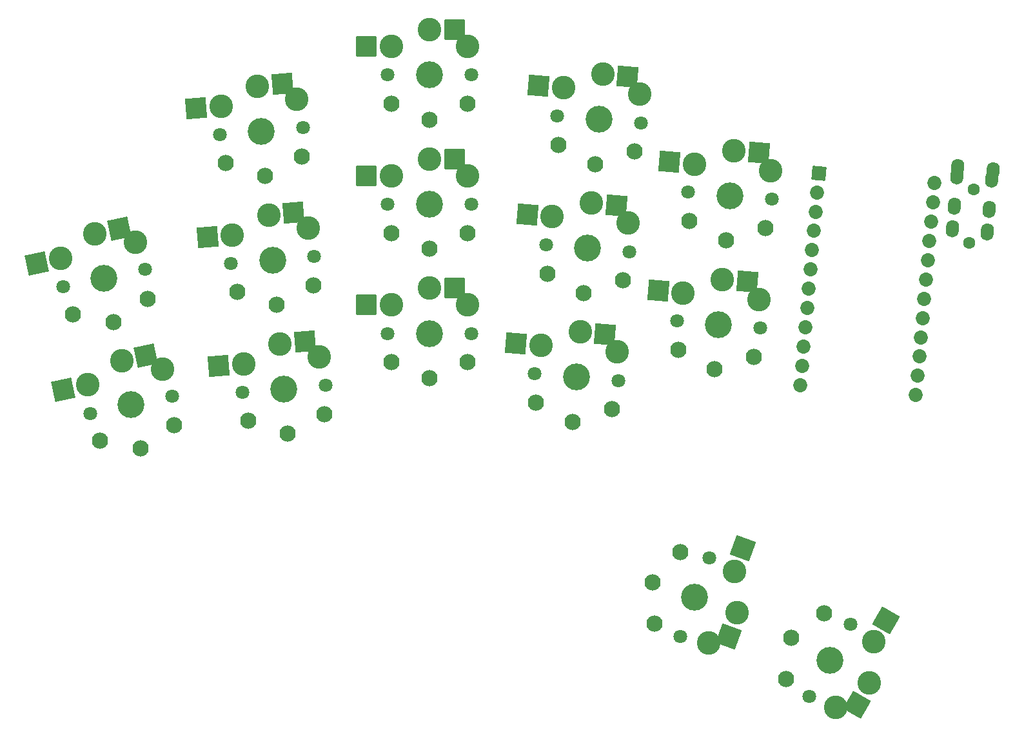
<source format=gbr>
%TF.GenerationSoftware,KiCad,Pcbnew,6.0.1-1.fc35*%
%TF.CreationDate,2022-01-21T00:59:50-05:00*%
%TF.ProjectId,a_dux_30,615f6475-785f-4333-902e-6b696361645f,v1.0.0*%
%TF.SameCoordinates,Original*%
%TF.FileFunction,Soldermask,Top*%
%TF.FilePolarity,Negative*%
%FSLAX46Y46*%
G04 Gerber Fmt 4.6, Leading zero omitted, Abs format (unit mm)*
G04 Created by KiCad (PCBNEW 6.0.1-1.fc35) date 2022-01-21 00:59:50*
%MOMM*%
%LPD*%
G01*
G04 APERTURE LIST*
G04 Aperture macros list*
%AMRoundRect*
0 Rectangle with rounded corners*
0 $1 Rounding radius*
0 $2 $3 $4 $5 $6 $7 $8 $9 X,Y pos of 4 corners*
0 Add a 4 corners polygon primitive as box body*
4,1,4,$2,$3,$4,$5,$6,$7,$8,$9,$2,$3,0*
0 Add four circle primitives for the rounded corners*
1,1,$1+$1,$2,$3*
1,1,$1+$1,$4,$5*
1,1,$1+$1,$6,$7*
1,1,$1+$1,$8,$9*
0 Add four rect primitives between the rounded corners*
20,1,$1+$1,$2,$3,$4,$5,0*
20,1,$1+$1,$4,$5,$6,$7,0*
20,1,$1+$1,$6,$7,$8,$9,0*
20,1,$1+$1,$8,$9,$2,$3,0*%
%AMHorizOval*
0 Thick line with rounded ends*
0 $1 width*
0 $2 $3 position (X,Y) of the first rounded end (center of the circle)*
0 $4 $5 position (X,Y) of the second rounded end (center of the circle)*
0 Add line between two ends*
20,1,$1,$2,$3,$4,$5,0*
0 Add two circle primitives to create the rounded ends*
1,1,$1,$2,$3*
1,1,$1,$4,$5*%
G04 Aperture macros list end*
%ADD10C,3.100000*%
%ADD11C,1.801800*%
%ADD12C,3.529000*%
%ADD13RoundRect,0.050000X-1.300000X-1.300000X1.300000X-1.300000X1.300000X1.300000X-1.300000X1.300000X0*%
%ADD14RoundRect,0.050000X-1.408356X-1.181751X1.181751X-1.408356X1.408356X1.181751X-1.181751X1.408356X0*%
%ADD15C,2.132000*%
%ADD16C,1.600000*%
%ADD17HorizOval,1.700000X0.026147X0.298858X-0.026147X-0.298858X0*%
%ADD18RoundRect,0.050000X-1.001307X-1.541877X1.541877X-1.001307X1.001307X1.541877X-1.541877X1.001307X0*%
%ADD19RoundRect,0.050000X-1.181751X-1.408356X1.408356X-1.181751X1.181751X1.408356X-1.408356X1.181751X0*%
%ADD20RoundRect,0.050000X-0.796591X0.949340X-0.949340X-0.796591X0.796591X-0.949340X0.949340X0.796591X0*%
%ADD21C,1.852600*%
%ADD22RoundRect,0.050000X-0.776974X1.666227X-1.666227X-0.776974X0.776974X-1.666227X1.666227X0.776974X0*%
%ADD23RoundRect,0.050000X-0.475833X1.775833X-1.775833X-0.475833X0.475833X-1.775833X1.775833X0.475833X0*%
G04 APERTURE END LIST*
D10*
%TO.C,S15*%
X50125604Y65578531D03*
D11*
X55625604Y59628531D03*
D10*
X50125604Y65578531D03*
X55125604Y63378531D03*
D11*
X44625604Y59628531D03*
D12*
X50125604Y59628531D03*
D10*
X45125604Y63378531D03*
D13*
X53400604Y65578531D03*
X41850604Y63378531D03*
%TD*%
D11*
%TO.C,S21*%
X77849617Y53288437D03*
D10*
X72889123Y59695152D03*
D12*
X72370546Y53767794D03*
D10*
X67716407Y57939303D03*
X77678354Y57067745D03*
D11*
X66891475Y54247151D03*
D10*
X72889123Y59695152D03*
D14*
X76151660Y59409717D03*
X64453869Y58224738D03*
%TD*%
D11*
%TO.C,S4*%
X12776316Y34029042D03*
D12*
X7396504Y32885528D03*
D11*
X2016692Y31742014D03*
D15*
X13077306Y30208126D03*
X3295830Y28129009D03*
X8623183Y27114457D03*
X8623183Y27114457D03*
%TD*%
D16*
%TO.C,REF\u002A\u002A*%
X120943889Y37572721D03*
X121553979Y44546084D03*
D17*
X119498052Y47436268D03*
X124080548Y47035352D03*
X119402181Y46340454D03*
X123984676Y45939538D03*
X119053558Y42355675D03*
X123636053Y41954759D03*
X118792090Y39367091D03*
X123374586Y38966175D03*
%TD*%
D10*
%TO.C,S11*%
X55125604Y29378531D03*
D11*
X44625604Y25628531D03*
D10*
X50125604Y31578531D03*
D11*
X55625604Y25628531D03*
D12*
X50125604Y25628531D03*
D10*
X50125604Y31578531D03*
X45125604Y29378531D03*
D13*
X53400604Y31578531D03*
X41850604Y29378531D03*
%TD*%
D11*
%TO.C,S30*%
X99944244Y-22108143D03*
D12*
X102694244Y-17345003D03*
D11*
X105444244Y-12581863D03*
D15*
X101903347Y-11114876D03*
X96903347Y-19775130D03*
X97584694Y-14395003D03*
X97584694Y-14395003D03*
%TD*%
D12*
%TO.C,S12*%
X50125604Y25628531D03*
D11*
X44625604Y25628531D03*
X55625604Y25628531D03*
D15*
X55125604Y21828531D03*
X45125604Y21828531D03*
X50125604Y19728531D03*
X50125604Y19728531D03*
%TD*%
D11*
%TO.C,S13*%
X55625604Y42628531D03*
D12*
X50125604Y42628531D03*
D10*
X50125604Y48578531D03*
X50125604Y48578531D03*
D11*
X44625604Y42628531D03*
D10*
X45125604Y46378531D03*
X55125604Y46378531D03*
D13*
X53400604Y48578531D03*
X41850604Y46378531D03*
%TD*%
D12*
%TO.C,S1*%
X10931003Y16257018D03*
D11*
X5551191Y15113504D03*
D10*
X5260596Y18885513D03*
X9693928Y22076996D03*
D11*
X16310815Y17400532D03*
D10*
X15042072Y20964630D03*
X9693928Y22076996D03*
D18*
X12897362Y22757907D03*
X2057163Y18204602D03*
%TD*%
D11*
%TO.C,S16*%
X44625604Y59628531D03*
X55625604Y59628531D03*
D12*
X50125604Y59628531D03*
D15*
X45125604Y55828531D03*
X55125604Y55828531D03*
X50125604Y53728531D03*
X50125604Y53728531D03*
%TD*%
D12*
%TO.C,S6*%
X31006334Y18349934D03*
D11*
X25527263Y17870577D03*
X36485405Y18829291D03*
D15*
X36318499Y15000173D03*
X26356552Y14128615D03*
X31520553Y12472385D03*
X31520553Y12472385D03*
%TD*%
D11*
%TO.C,S23*%
X82600509Y27275383D03*
D10*
X83425441Y30967535D03*
D12*
X88079580Y26796026D03*
D10*
X88598157Y32723384D03*
X88598157Y32723384D03*
X93387388Y30095977D03*
D11*
X93558651Y26316669D03*
D14*
X91860694Y32437949D03*
X80162903Y31252970D03*
%TD*%
D11*
%TO.C,S26*%
X84082156Y44210693D03*
D12*
X89561227Y43731336D03*
D11*
X95040298Y43251979D03*
D15*
X84249062Y40381575D03*
X94211009Y39510017D03*
X89047008Y37853787D03*
X89047008Y37853787D03*
%TD*%
D10*
%TO.C,S3*%
X6159429Y38705506D03*
X11507573Y37593140D03*
X1726097Y35514023D03*
X6159429Y38705506D03*
D11*
X2016692Y31742014D03*
X12776316Y34029042D03*
D12*
X7396504Y32885528D03*
D18*
X9362863Y39386417D03*
X-1477336Y34833112D03*
%TD*%
D10*
%TO.C,S5*%
X25698526Y21649885D03*
X30487757Y24277292D03*
D11*
X25527263Y17870577D03*
D12*
X31006334Y18349934D03*
D10*
X30487757Y24277292D03*
X35660473Y22521443D03*
D11*
X36485405Y18829291D03*
D19*
X33750295Y24562728D03*
X22435989Y21364450D03*
%TD*%
D11*
%TO.C,S14*%
X55625604Y42628531D03*
X44625604Y42628531D03*
D12*
X50125604Y42628531D03*
D15*
X55125604Y38828531D03*
X45125604Y38828531D03*
X50125604Y36728531D03*
X50125604Y36728531D03*
%TD*%
D12*
%TO.C,S10*%
X28043039Y52220554D03*
D11*
X33522110Y52699911D03*
X22563968Y51741197D03*
D15*
X23393257Y47999235D03*
X33355204Y48870793D03*
X28557258Y46343005D03*
X28557258Y46343005D03*
%TD*%
D20*
%TO.C,MCU1*%
X101243931Y46694397D03*
D21*
X101022556Y44164062D03*
X100801180Y41633728D03*
X100579804Y39103393D03*
X100358429Y36573059D03*
X100137053Y34042724D03*
X99915678Y31512389D03*
X99694302Y28982055D03*
X99472926Y26451720D03*
X99251551Y23921386D03*
X99030175Y21391051D03*
X98808800Y18860717D03*
X116425938Y45366143D03*
X116204563Y42835809D03*
X115983187Y40305474D03*
X115761812Y37775140D03*
X115540436Y35244805D03*
X115319060Y32714471D03*
X115097685Y30184136D03*
X114876309Y27653801D03*
X114654934Y25123467D03*
X114433558Y22593132D03*
X114212182Y20062798D03*
X113990807Y17532463D03*
%TD*%
D10*
%TO.C,S19*%
X71407476Y42759842D03*
X71407476Y42759842D03*
X76196707Y40132435D03*
D11*
X65409828Y37311841D03*
D10*
X66234760Y41003993D03*
D12*
X70888899Y36832484D03*
D11*
X76367970Y36353127D03*
D14*
X74670013Y42474407D03*
X62972222Y41289428D03*
%TD*%
D11*
%TO.C,S24*%
X93558651Y26316669D03*
D12*
X88079580Y26796026D03*
D11*
X82600509Y27275383D03*
D15*
X82767415Y23446265D03*
X92729362Y22574707D03*
X87565361Y20918477D03*
X87565361Y20918477D03*
%TD*%
D11*
%TO.C,S28*%
X83060862Y-14235292D03*
X86823084Y-3898674D03*
D12*
X84941973Y-9066983D03*
D15*
X83081242Y-3068843D03*
X79661040Y-12465770D03*
X79397787Y-7049064D03*
X79397787Y-7049064D03*
%TD*%
D11*
%TO.C,S17*%
X63928180Y20376531D03*
D10*
X69925828Y25824532D03*
X69925828Y25824532D03*
D12*
X69407251Y19897174D03*
D11*
X74886322Y19417817D03*
D10*
X74715059Y23197125D03*
X64753112Y24068683D03*
D14*
X73188365Y25539097D03*
X61490574Y24354118D03*
%TD*%
D10*
%TO.C,S27*%
X90533144Y-11102003D03*
D11*
X83060862Y-14235292D03*
D10*
X90533144Y-11102003D03*
D12*
X84941973Y-9066983D03*
D11*
X86823084Y-3898674D03*
D10*
X86755720Y-15048022D03*
X90175921Y-5651095D03*
D22*
X89413028Y-14179496D03*
X91296037Y-2573602D03*
%TD*%
D12*
%TO.C,S20*%
X70888899Y36832484D03*
D11*
X65409828Y37311841D03*
X76367970Y36353127D03*
D15*
X65576734Y33482723D03*
X75538681Y32611165D03*
X70374680Y30954935D03*
X70374680Y30954935D03*
%TD*%
D10*
%TO.C,S25*%
X90079804Y49658694D03*
D11*
X84082156Y44210693D03*
X95040298Y43251979D03*
D10*
X90079804Y49658694D03*
D12*
X89561227Y43731336D03*
D10*
X84907088Y47902845D03*
X94869035Y47031287D03*
D14*
X93342341Y49373259D03*
X81644550Y48188280D03*
%TD*%
D12*
%TO.C,S2*%
X10931003Y16257018D03*
D11*
X5551191Y15113504D03*
X16310815Y17400532D03*
D15*
X16611805Y13579616D03*
X6830329Y11500499D03*
X12157682Y10485947D03*
X12157682Y10485947D03*
%TD*%
D11*
%TO.C,S22*%
X77849617Y53288437D03*
D12*
X72370546Y53767794D03*
D11*
X66891475Y54247151D03*
D15*
X77020328Y49546475D03*
X67058381Y50418033D03*
X71856327Y47890245D03*
X71856327Y47890245D03*
%TD*%
D11*
%TO.C,S29*%
X99944244Y-22108143D03*
D10*
X108441839Y-14889876D03*
D12*
X102694244Y-17345003D03*
D10*
X103441839Y-23550130D03*
X107847095Y-20320003D03*
X107847095Y-20320003D03*
D11*
X105444244Y-12581863D03*
D23*
X106209595Y-23156236D03*
X110079339Y-12053643D03*
%TD*%
D11*
%TO.C,S8*%
X24045615Y34805887D03*
X35003757Y35764601D03*
D12*
X29524686Y35285244D03*
D15*
X24874904Y31063925D03*
X34836851Y31935483D03*
X30038905Y29407695D03*
X30038905Y29407695D03*
%TD*%
D12*
%TO.C,S9*%
X28043039Y52220554D03*
D10*
X32697178Y56392063D03*
D11*
X22563968Y51741197D03*
D10*
X22735231Y55520505D03*
D11*
X33522110Y52699911D03*
D10*
X27524462Y58147912D03*
X27524462Y58147912D03*
D19*
X30787000Y58433348D03*
X19472694Y55235070D03*
%TD*%
D11*
%TO.C,S7*%
X24045615Y34805887D03*
D10*
X34178825Y39456753D03*
X29006109Y41212602D03*
X29006109Y41212602D03*
D11*
X35003757Y35764601D03*
D10*
X24216878Y38585195D03*
D12*
X29524686Y35285244D03*
D19*
X32268647Y41498038D03*
X20954341Y38299760D03*
%TD*%
D12*
%TO.C,S18*%
X69407251Y19897174D03*
D11*
X63928180Y20376531D03*
X74886322Y19417817D03*
D15*
X74057033Y15675855D03*
X64095086Y16547413D03*
X68893032Y14019625D03*
X68893032Y14019625D03*
%TD*%
M02*

</source>
